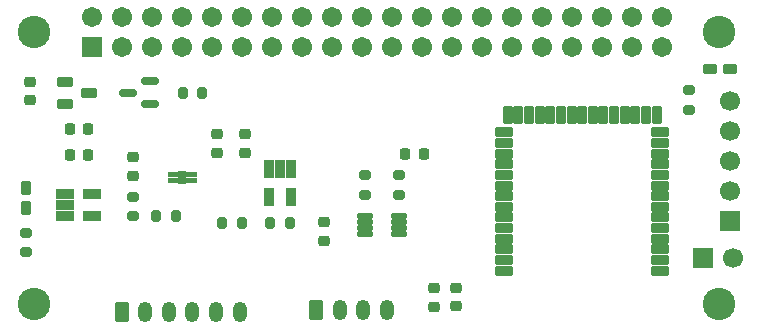
<source format=gbr>
%TF.GenerationSoftware,KiCad,Pcbnew,9.0.1*%
%TF.CreationDate,2025-04-15T21:25:17-04:00*%
%TF.ProjectId,psocpcb,70736f63-7063-4622-9e6b-696361645f70,rev?*%
%TF.SameCoordinates,Original*%
%TF.FileFunction,Soldermask,Top*%
%TF.FilePolarity,Negative*%
%FSLAX46Y46*%
G04 Gerber Fmt 4.6, Leading zero omitted, Abs format (unit mm)*
G04 Created by KiCad (PCBNEW 9.0.1) date 2025-04-15 21:25:17*
%MOMM*%
%LPD*%
G01*
G04 APERTURE LIST*
G04 Aperture macros list*
%AMRoundRect*
0 Rectangle with rounded corners*
0 $1 Rounding radius*
0 $2 $3 $4 $5 $6 $7 $8 $9 X,Y pos of 4 corners*
0 Add a 4 corners polygon primitive as box body*
4,1,4,$2,$3,$4,$5,$6,$7,$8,$9,$2,$3,0*
0 Add four circle primitives for the rounded corners*
1,1,$1+$1,$2,$3*
1,1,$1+$1,$4,$5*
1,1,$1+$1,$6,$7*
1,1,$1+$1,$8,$9*
0 Add four rect primitives between the rounded corners*
20,1,$1+$1,$2,$3,$4,$5,0*
20,1,$1+$1,$4,$5,$6,$7,0*
20,1,$1+$1,$6,$7,$8,$9,0*
20,1,$1+$1,$8,$9,$2,$3,0*%
G04 Aperture macros list end*
%ADD10C,0.010000*%
%ADD11RoundRect,0.250000X-0.350000X-0.625000X0.350000X-0.625000X0.350000X0.625000X-0.350000X0.625000X0*%
%ADD12O,1.200000X1.750000*%
%ADD13RoundRect,0.200000X-0.275000X0.200000X-0.275000X-0.200000X0.275000X-0.200000X0.275000X0.200000X0*%
%ADD14RoundRect,0.150000X0.587500X0.150000X-0.587500X0.150000X-0.587500X-0.150000X0.587500X-0.150000X0*%
%ADD15RoundRect,0.225000X-0.225000X-0.250000X0.225000X-0.250000X0.225000X0.250000X-0.225000X0.250000X0*%
%ADD16RoundRect,0.225000X0.250000X-0.225000X0.250000X0.225000X-0.250000X0.225000X-0.250000X-0.225000X0*%
%ADD17RoundRect,0.200000X0.200000X0.275000X-0.200000X0.275000X-0.200000X-0.275000X0.200000X-0.275000X0*%
%ADD18R,1.700000X1.700000*%
%ADD19C,1.700000*%
%ADD20RoundRect,0.225000X-0.250000X0.225000X-0.250000X-0.225000X0.250000X-0.225000X0.250000X0.225000X0*%
%ADD21RoundRect,0.059550X-0.337450X0.727450X-0.337450X-0.727450X0.337450X-0.727450X0.337450X0.727450X0*%
%ADD22RoundRect,0.111750X-0.460250X-0.335250X0.460250X-0.335250X0.460250X0.335250X-0.460250X0.335250X0*%
%ADD23RoundRect,0.059550X-0.727450X-0.337450X0.727450X-0.337450X0.727450X0.337450X-0.727450X0.337450X0*%
%ADD24RoundRect,0.200000X0.275000X-0.200000X0.275000X0.200000X-0.275000X0.200000X-0.275000X-0.200000X0*%
%ADD25RoundRect,0.102000X0.635000X0.305000X-0.635000X0.305000X-0.635000X-0.305000X0.635000X-0.305000X0*%
%ADD26RoundRect,0.102000X0.305000X0.635000X-0.305000X0.635000X-0.305000X-0.635000X0.305000X-0.635000X0*%
%ADD27C,2.750000*%
%ADD28RoundRect,0.102000X-0.754000X-0.754000X0.754000X-0.754000X0.754000X0.754000X-0.754000X0.754000X0*%
%ADD29C,1.712000*%
%ADD30RoundRect,0.059250X-0.602750X-0.177750X0.602750X-0.177750X0.602750X0.177750X-0.602750X0.177750X0*%
%ADD31RoundRect,0.061050X-0.630950X-0.345950X0.630950X-0.345950X0.630950X0.345950X-0.630950X0.345950X0*%
%ADD32RoundRect,0.111750X0.335250X-0.460250X0.335250X0.460250X-0.335250X0.460250X-0.335250X-0.460250X0*%
%ADD33RoundRect,0.200000X-0.200000X-0.275000X0.200000X-0.275000X0.200000X0.275000X-0.200000X0.275000X0*%
G04 APERTURE END LIST*
D10*
%TO.C,U4*%
X87710000Y-62585000D02*
X86900000Y-62585000D01*
X86900000Y-62215000D01*
X87710000Y-62215000D01*
X87710000Y-62585000D01*
G36*
X87710000Y-62585000D02*
G01*
X86900000Y-62585000D01*
X86900000Y-62215000D01*
X87710000Y-62215000D01*
X87710000Y-62585000D01*
G37*
X87710000Y-63085000D02*
X86900000Y-63085000D01*
X86900000Y-62715000D01*
X87710000Y-62715000D01*
X87710000Y-63085000D01*
G36*
X87710000Y-63085000D02*
G01*
X86900000Y-63085000D01*
X86900000Y-62715000D01*
X87710000Y-62715000D01*
X87710000Y-63085000D01*
G37*
X88400000Y-63130000D02*
X87800000Y-63130000D01*
X87800000Y-62170000D01*
X88400000Y-62170000D01*
X88400000Y-63130000D01*
G36*
X88400000Y-63130000D02*
G01*
X87800000Y-63130000D01*
X87800000Y-62170000D01*
X88400000Y-62170000D01*
X88400000Y-63130000D01*
G37*
X89300000Y-62585000D02*
X88490000Y-62585000D01*
X88490000Y-62215000D01*
X89300000Y-62215000D01*
X89300000Y-62585000D01*
G36*
X89300000Y-62585000D02*
G01*
X88490000Y-62585000D01*
X88490000Y-62215000D01*
X89300000Y-62215000D01*
X89300000Y-62585000D01*
G37*
X89300000Y-63085000D02*
X88490000Y-63085000D01*
X88490000Y-62715000D01*
X89300000Y-62715000D01*
X89300000Y-63085000D01*
G36*
X89300000Y-63085000D02*
G01*
X88490000Y-63085000D01*
X88490000Y-62715000D01*
X89300000Y-62715000D01*
X89300000Y-63085000D01*
G37*
%TD*%
D11*
%TO.C,J5*%
X99450000Y-73900000D03*
D12*
X101450000Y-73900000D03*
X103450000Y-73900000D03*
X105450000Y-73900000D03*
%TD*%
D13*
%TO.C,R12*%
X131050000Y-55275000D03*
X131050000Y-56925000D03*
%TD*%
D14*
%TO.C,Q1*%
X85437500Y-56450000D03*
X85437500Y-54550000D03*
X83562500Y-55500000D03*
%TD*%
D15*
%TO.C,C10*%
X78625000Y-58600000D03*
X80175000Y-58600000D03*
%TD*%
D13*
%TO.C,R11*%
X74900000Y-67350000D03*
X74900000Y-69000000D03*
%TD*%
D16*
%TO.C,C18*%
X91050000Y-60575000D03*
X91050000Y-59025000D03*
%TD*%
D17*
%TO.C,R16*%
X93152500Y-66525000D03*
X91502500Y-66525000D03*
%TD*%
%TO.C,R17*%
X89825000Y-55500000D03*
X88175000Y-55500000D03*
%TD*%
D18*
%TO.C,J2*%
X132225000Y-69500000D03*
D19*
X134765000Y-69500000D03*
%TD*%
D13*
%TO.C,R13*%
X84000000Y-64325000D03*
X84000000Y-65975000D03*
%TD*%
D16*
%TO.C,C9*%
X75250000Y-56125000D03*
X75250000Y-54575000D03*
%TD*%
D17*
%TO.C,R15*%
X97250000Y-66500000D03*
X95600000Y-66500000D03*
%TD*%
D20*
%TO.C,C19*%
X100177500Y-66475000D03*
X100177500Y-68025000D03*
%TD*%
D16*
%TO.C,C12*%
X84000000Y-62525000D03*
X84000000Y-60975000D03*
%TD*%
D21*
%TO.C,U6*%
X97347500Y-62000000D03*
X96397500Y-62000000D03*
X95447500Y-62000000D03*
X95447500Y-64350000D03*
X97347500Y-64350000D03*
%TD*%
D22*
%TO.C,D1*%
X134495000Y-53500000D03*
X132805000Y-53500000D03*
%TD*%
D18*
%TO.C,J1*%
X134550000Y-66340000D03*
D19*
X134550000Y-63800000D03*
X134550000Y-61260000D03*
X134550000Y-58720000D03*
X134550000Y-56180000D03*
%TD*%
D23*
%TO.C,U2*%
X78172906Y-64050000D03*
X78172906Y-65000000D03*
X78172906Y-65950000D03*
X80522906Y-65950000D03*
X80522906Y-64050000D03*
%TD*%
D24*
%TO.C,R2*%
X106450000Y-64150000D03*
X106450000Y-62500000D03*
%TD*%
D25*
%TO.C,U7*%
X115380000Y-70570000D03*
X115380000Y-69670000D03*
X115380000Y-68770000D03*
X115380000Y-67870000D03*
X115380000Y-66960000D03*
X115380000Y-66060000D03*
X115380000Y-65160000D03*
X115380000Y-64260000D03*
X115380000Y-63360000D03*
X115380000Y-62460000D03*
X115380000Y-61550000D03*
X115380000Y-60650000D03*
X115380000Y-59750000D03*
X115380000Y-58850000D03*
D26*
X115690000Y-57380000D03*
X116590000Y-57380000D03*
X117490000Y-57380000D03*
X118390000Y-57380000D03*
X119290000Y-57380000D03*
X120200000Y-57380000D03*
X121100000Y-57380000D03*
X122000000Y-57380000D03*
X122900000Y-57380000D03*
X123800000Y-57380000D03*
X124700000Y-57380000D03*
X125610000Y-57380000D03*
X126510000Y-57380000D03*
X127410000Y-57380000D03*
X128310000Y-57380000D03*
D25*
X128620000Y-58850000D03*
X128620000Y-59750000D03*
X128620000Y-60650000D03*
X128620000Y-61550000D03*
X128620000Y-62460000D03*
X128620000Y-63360000D03*
X128620000Y-64260000D03*
X128620000Y-65160000D03*
X128620000Y-66060000D03*
X128620000Y-66960000D03*
X128620000Y-67870000D03*
X128620000Y-68770000D03*
X128620000Y-69670000D03*
X128620000Y-70570000D03*
%TD*%
D20*
%TO.C,C4*%
X109450000Y-72075000D03*
X109450000Y-73625000D03*
%TD*%
D27*
%TO.C,A1*%
X75615000Y-50400000D03*
X75615000Y-73400000D03*
X133615000Y-50400000D03*
X133615000Y-73400000D03*
D28*
X80485000Y-51670000D03*
D29*
X80485000Y-49130000D03*
X83025000Y-51670000D03*
X83025000Y-49130000D03*
X85565000Y-51670000D03*
X85565000Y-49130000D03*
X88105000Y-51670000D03*
X88105000Y-49130000D03*
X90645000Y-51670000D03*
X90645000Y-49130000D03*
X93185000Y-51670000D03*
X93185000Y-49130000D03*
X95725000Y-51670000D03*
X95725000Y-49130000D03*
X98265000Y-51670000D03*
X98265000Y-49130000D03*
X100805000Y-51670000D03*
X100805000Y-49130000D03*
X103345000Y-51670000D03*
X103345000Y-49130000D03*
X105885000Y-51670000D03*
X105885000Y-49130000D03*
X108425000Y-51670000D03*
X108425000Y-49130000D03*
X110965000Y-51670000D03*
X110965000Y-49130000D03*
X113505000Y-51670000D03*
X113505000Y-49130000D03*
X116045000Y-51670000D03*
X116045000Y-49130000D03*
X118585000Y-51670000D03*
X118585000Y-49130000D03*
X121125000Y-51670000D03*
X121125000Y-49130000D03*
X123665000Y-51670000D03*
X123665000Y-49130000D03*
X126205000Y-51670000D03*
X126205000Y-49130000D03*
X128745000Y-51670000D03*
X128745000Y-49130000D03*
%TD*%
D30*
%TO.C,U5*%
X103637500Y-65975000D03*
X103637500Y-66475000D03*
X103637500Y-66975000D03*
X103637500Y-67475000D03*
X106447500Y-67475000D03*
X106447500Y-66975000D03*
X106447500Y-66475000D03*
X106447500Y-65975000D03*
%TD*%
D16*
%TO.C,C17*%
X93450000Y-60575000D03*
X93450000Y-59025000D03*
%TD*%
D31*
%TO.C,U3*%
X78225000Y-54585000D03*
X78225000Y-56415000D03*
X80275000Y-55500000D03*
%TD*%
D15*
%TO.C,C11*%
X78625000Y-60800000D03*
X80175000Y-60800000D03*
%TD*%
%TO.C,C5*%
X107025000Y-60700000D03*
X108575000Y-60700000D03*
%TD*%
D11*
%TO.C,J7*%
X83000000Y-74050000D03*
D12*
X85000000Y-74050000D03*
X87000000Y-74050000D03*
X89000000Y-74050000D03*
X91000000Y-74050000D03*
X93000000Y-74050000D03*
%TD*%
D20*
%TO.C,C3*%
X111350000Y-72050000D03*
X111350000Y-73600000D03*
%TD*%
D24*
%TO.C,R1*%
X103600000Y-64150000D03*
X103600000Y-62500000D03*
%TD*%
D32*
%TO.C,D2*%
X74900000Y-63550000D03*
X74900000Y-65240000D03*
%TD*%
D33*
%TO.C,R14*%
X85925000Y-65975000D03*
X87575000Y-65975000D03*
%TD*%
M02*

</source>
